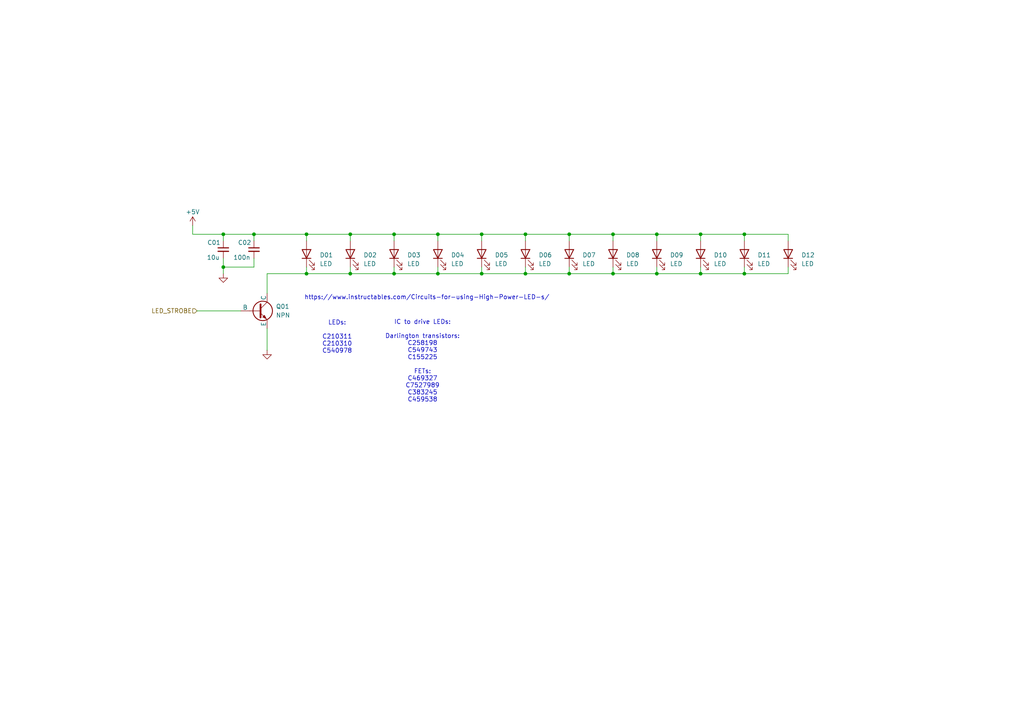
<source format=kicad_sch>
(kicad_sch (version 20231120) (generator "eeschema") (generator_version "8.0")
  (paper "A4")
  (lib_symbols
    (symbol "Device:C_Small" (pin_numbers hide) (pin_names (offset 0.254) hide)
      (property "Reference" "C" (at 0.254 1.778 0))
      (property "Value" "C_Small" (at 0.254 -2.032 0))
      (symbol "C_Small_0_1"
        (polyline (pts (xy -1.524 -0.508) (xy 1.524 -0.508)) (stroke (width 0.3302)))
        (polyline (pts (xy -1.524 0.508) (xy 1.524 0.508)) (stroke (width 0.3048)))
      )
      (symbol "C_Small_1_1"
        (pin passive line (at 0 2.54 270) (length 2.032) (name "~") (number "1"))
        (pin passive line (at 0 -2.54 90) (length 2.032) (name "~") (number "2"))
      )
    )
    (symbol "Device:LED" (pin_numbers hide) (pin_names (offset 1.016) hide)
      (property "Reference" "D" (at 0 2.54 0))
      (property "Value" "LED" (at 0 -2.54 0))
      (symbol "LED_0_1"
        (polyline (pts (xy -1.27 -1.27) (xy -1.27 1.27)) (stroke (width 0.254)))
        (polyline (pts (xy -1.27 0) (xy 1.27 0)))
        (polyline (pts (xy 1.27 -1.27) (xy 1.27 1.27) (xy -1.27 0) (xy 1.27 -1.27)) (stroke (width 0.254)))
        (polyline (pts (xy -3.048 -0.762) (xy -4.572 -2.286) (xy -3.81 -2.286) (xy -4.572 -2.286) (xy -4.572 -1.524)))
        (polyline (pts (xy -1.778 -0.762) (xy -3.302 -2.286) (xy -2.54 -2.286) (xy -3.302 -2.286) (xy -3.302 -1.524)))
      )
      (symbol "LED_1_1"
        (pin passive line (at -3.81 0 0) (length 2.54) (name "K") (number "1"))
        (pin passive line (at 3.81 0 180) (length 2.54) (name "A") (number "2"))
      )
    )
    (symbol "Simulation_SPICE:NPN" (pin_numbers hide) (pin_names (offset 0))
      (property "Reference" "Q" (at -2.54 7.62 0))
      (property "Value" "NPN" (at -2.54 5.08 0))
      (symbol "NPN_0_1"
        (polyline (pts (xy -2.54 0) (xy 0.635 0)) (stroke (width 0.1524)))
        (polyline (pts (xy 0.635 0.635) (xy 2.54 2.54)))
        (polyline (pts (xy 2.794 -1.27) (xy 2.794 -1.27)) (stroke (width 0.1524)))
        (polyline (pts (xy 2.794 -1.27) (xy 2.794 -1.27)) (stroke (width 0.1524)))
        (polyline (pts (xy 0.635 -0.635) (xy 2.54 -2.54) (xy 2.54 -2.54)))
        (polyline (pts (xy 0.635 1.905) (xy 0.635 -1.905) (xy 0.635 -1.905)) (stroke (width 0.508)))
        (polyline (pts (xy 1.27 -1.778) (xy 1.778 -1.27) (xy 2.286 -2.286) (xy 1.27 -1.778) (xy 1.27 -1.778)) (fill (type outline)))
        (circle (center 1.27 0) (radius 2.8194) (stroke (width 0.254)))
      )
      (symbol "NPN_1_1"
        (pin open_collector line (at 2.54 5.08 270) (length 2.54) (name "C") (number "1"))
        (pin input line (at -5.08 0 0) (length 2.54) (name "B") (number "2"))
        (pin open_emitter line (at 2.54 -5.08 90) (length 2.54) (name "E") (number "3"))
      )
    )
    (symbol "power:+5V" (power) (pin_numbers hide) (pin_names (offset 0) hide)
      (property "Value" "+5V" (at 0 3.556 0))
      (symbol "+5V_0_1"
        (polyline (pts (xy -0.762 1.27) (xy 0 2.54)))
        (polyline (pts (xy 0 0) (xy 0 2.54)))
        (polyline (pts (xy 0 2.54) (xy 0.762 1.27)))
      )
      (symbol "+5V_1_1"
        (pin power_in line (at 0 0 90) (length 0) (name "~") (number "1"))
      )
    )
    (symbol "power:GND" (power) (pin_numbers hide) (pin_names (offset 0) hide)
      (property "Value" "GND" (at 0 -3.81 0))
      (symbol "GND_0_1"
        (polyline (pts (xy 0 0) (xy 0 -1.27) (xy 1.27 -1.27) (xy 0 -2.54) (xy -1.27 -1.27) (xy 0 -1.27)))
      )
      (symbol "GND_1_1"
        (pin power_in line (at 0 0 270) (length 0) (name "~") (number "1"))
      )
    )
  )
  (junction (at 139.7 79.375))
  (junction (at 73.66 67.945))
  (junction (at 203.2 79.375))
  (junction (at 64.77 67.945))
  (junction (at 101.6 79.375))
  (junction (at 127 79.375))
  (junction (at 114.3 79.375))
  (junction (at 88.9 67.945))
  (junction (at 139.7 67.945))
  (junction (at 114.3 67.945))
  (junction (at 177.8 67.945))
  (junction (at 64.77 77.47))
  (junction (at 190.5 67.945))
  (junction (at 152.4 79.375))
  (junction (at 165.1 79.375))
  (junction (at 190.5 79.375))
  (junction (at 88.9 79.375))
  (junction (at 152.4 67.945))
  (junction (at 165.1 67.945))
  (junction (at 203.2 67.945))
  (junction (at 177.8 79.375))
  (junction (at 127 67.945))
  (junction (at 215.9 67.945))
  (junction (at 215.9 79.375))
  (junction (at 101.6 67.945))
  (wire (pts (xy 203.2 79.375) (xy 190.5 79.375)))
  (wire (pts (xy 203.2 67.945) (xy 203.2 69.85)))
  (wire (pts (xy 101.6 79.375) (xy 101.6 77.47)))
  (wire (pts (xy 77.47 79.375) (xy 77.47 85.09)))
  (wire (pts (xy 177.8 67.945) (xy 190.5 67.945)))
  (wire (pts (xy 64.77 77.47) (xy 64.77 79.375)))
  (wire (pts (xy 88.9 79.375) (xy 88.9 77.47)))
  (wire (pts (xy 152.4 67.945) (xy 165.1 67.945)))
  (wire (pts (xy 152.4 67.945) (xy 152.4 69.85)))
  (wire (pts (xy 127 79.375) (xy 127 77.47)))
  (wire (pts (xy 190.5 79.375) (xy 177.8 79.375)))
  (wire (pts (xy 114.3 67.945) (xy 127 67.945)))
  (wire (pts (xy 139.7 79.375) (xy 139.7 77.47)))
  (wire (pts (xy 177.8 79.375) (xy 177.8 77.47)))
  (wire (pts (xy 165.1 79.375) (xy 165.1 77.47)))
  (wire (pts (xy 228.6 79.375) (xy 228.6 77.47)))
  (wire (pts (xy 55.88 65.405) (xy 55.88 67.945)))
  (wire (pts (xy 64.77 77.47) (xy 64.77 74.93)))
  (wire (pts (xy 190.5 79.375) (xy 190.5 77.47)))
  (wire (pts (xy 114.3 79.375) (xy 101.6 79.375)))
  (wire (pts (xy 55.88 67.945) (xy 64.77 67.945)))
  (wire (pts (xy 139.7 79.375) (xy 127 79.375)))
  (wire (pts (xy 165.1 67.945) (xy 177.8 67.945)))
  (wire (pts (xy 88.9 79.375) (xy 77.47 79.375)))
  (wire (pts (xy 152.4 79.375) (xy 152.4 77.47)))
  (wire (pts (xy 88.9 67.945) (xy 88.9 69.85)))
  (wire (pts (xy 165.1 79.375) (xy 152.4 79.375)))
  (wire (pts (xy 64.77 67.945) (xy 73.66 67.945)))
  (wire (pts (xy 215.9 79.375) (xy 215.9 77.47)))
  (wire (pts (xy 127 67.945) (xy 127 69.85)))
  (wire (pts (xy 88.9 67.945) (xy 101.6 67.945)))
  (wire (pts (xy 139.7 67.945) (xy 139.7 69.85)))
  (wire (pts (xy 101.6 67.945) (xy 101.6 69.85)))
  (wire (pts (xy 190.5 67.945) (xy 203.2 67.945)))
  (wire (pts (xy 57.15 90.17) (xy 69.85 90.17)))
  (wire (pts (xy 177.8 79.375) (xy 165.1 79.375)))
  (wire (pts (xy 73.66 67.945) (xy 88.9 67.945)))
  (wire (pts (xy 114.3 79.375) (xy 114.3 77.47)))
  (wire (pts (xy 101.6 79.375) (xy 88.9 79.375)))
  (wire (pts (xy 64.77 67.945) (xy 64.77 69.85)))
  (wire (pts (xy 215.9 67.945) (xy 215.9 69.85)))
  (wire (pts (xy 177.8 67.945) (xy 177.8 69.85)))
  (wire (pts (xy 228.6 67.945) (xy 228.6 69.85)))
  (wire (pts (xy 228.6 79.375) (xy 215.9 79.375)))
  (wire (pts (xy 139.7 67.945) (xy 152.4 67.945)))
  (wire (pts (xy 114.3 67.945) (xy 114.3 69.85)))
  (wire (pts (xy 77.47 95.25) (xy 77.47 101.6)))
  (wire (pts (xy 101.6 67.945) (xy 114.3 67.945)))
  (wire (pts (xy 127 79.375) (xy 114.3 79.375)))
  (wire (pts (xy 127 67.945) (xy 139.7 67.945)))
  (wire (pts (xy 73.66 74.93) (xy 73.66 77.47)))
  (wire (pts (xy 203.2 67.945) (xy 215.9 67.945)))
  (wire (pts (xy 215.9 79.375) (xy 203.2 79.375)))
  (wire (pts (xy 215.9 67.945) (xy 228.6 67.945)))
  (wire (pts (xy 152.4 79.375) (xy 139.7 79.375)))
  (wire (pts (xy 165.1 67.945) (xy 165.1 69.85)))
  (wire (pts (xy 73.66 67.945) (xy 73.66 69.85)))
  (wire (pts (xy 203.2 79.375) (xy 203.2 77.47)))
  (wire (pts (xy 73.66 77.47) (xy 64.77 77.47)))
  (wire (pts (xy 190.5 67.945) (xy 190.5 69.85)))
  (text "https://www.instructables.com/Circuits-for-using-High-Power-LED-s/" (at 123.825 86.36 0) (effects (font (size 1.27 1.27))))
  (text "LEDs:\n\nC210311\nC210310\nC540978\n" (at 97.79 97.79 0) (effects (font (size 1.27 1.27))))
  (text "IC to drive LEDs:\n\nDarlington transistors:\nC258198\nC549743\nC155225\n\nFETs:\nC469327\nC7527989\nC383245\nC459538" (at 122.555 104.775 0) (effects (font (size 1.27 1.27))))
  (hierarchical_label "LED_STROBE" (shape input) (at 57.15 90.17 180))
  (symbol (lib_id "Device:C_Small") (at 73.66 72.39 0) (mirror y) (unit 1)
    (property "Reference" "C02" (at 72.898 70.358 0) (effects (justify left)))
    (property "Value" "100n" (at 72.644 74.676 0) (effects (justify left)))
    (property "Description" "Unpolarized capacitor, small symbol" (effects (hide yes)))
  )
  (symbol (lib_id "Device:LED") (at 101.6 73.66 90) (unit 1)
    (property "Reference" "D02" (at 105.41 73.9774 90) (effects (justify right)))
    (property "Value" "LED" (at 105.41 76.5174 90) (effects (justify right)))
    (property "Description" "Light emitting diode" (effects (hide yes)))
  )
  (symbol (lib_id "Device:LED") (at 228.6 73.66 90) (unit 1)
    (property "Reference" "D12" (at 232.41 73.9774 90) (effects (justify right)))
    (property "Value" "LED" (at 232.41 76.5174 90) (effects (justify right)))
    (property "Description" "Light emitting diode" (effects (hide yes)))
  )
  (symbol (lib_id "Device:LED") (at 152.4 73.66 90) (unit 1)
    (property "Reference" "D06" (at 156.21 73.9774 90) (effects (justify right)))
    (property "Value" "LED" (at 156.21 76.5174 90) (effects (justify right)))
    (property "Description" "Light emitting diode" (effects (hide yes)))
  )
  (symbol (lib_id "power:GND") (at 77.47 101.6 0) (unit 1)
    (property "Reference" "#PWR063" (effects (hide yes)))
    (property "Value" "GND" (effects (hide yes)))
    (property "Description" "Power symbol creates a global label with name \"GND\" , ground" (effects (hide yes)))
  )
  (symbol (lib_id "Device:LED") (at 203.2 73.66 90) (unit 1)
    (property "Reference" "D10" (at 207.01 73.9774 90) (effects (justify right)))
    (property "Value" "LED" (at 207.01 76.5174 90) (effects (justify right)))
    (property "Description" "Light emitting diode" (effects (hide yes)))
  )
  (symbol (lib_id "Device:LED") (at 139.7 73.66 90) (unit 1)
    (property "Reference" "D05" (at 143.51 73.9774 90) (effects (justify right)))
    (property "Value" "LED" (at 143.51 76.5174 90) (effects (justify right)))
    (property "Description" "Light emitting diode" (effects (hide yes)))
  )
  (symbol (lib_id "Device:C_Small") (at 64.77 72.39 0) (mirror y) (unit 1)
    (property "Reference" "C01" (at 64.008 70.358 0) (effects (justify left)))
    (property "Value" "10u" (at 63.754 74.676 0) (effects (justify left)))
    (property "Description" "Unpolarized capacitor, small symbol" (effects (hide yes)))
  )
  (symbol (lib_id "Device:LED") (at 177.8 73.66 90) (unit 1)
    (property "Reference" "D08" (at 181.61 73.9774 90) (effects (justify right)))
    (property "Value" "LED" (at 181.61 76.5174 90) (effects (justify right)))
    (property "Description" "Light emitting diode" (effects (hide yes)))
  )
  (symbol (lib_id "Simulation_SPICE:NPN") (at 74.93 90.17 0) (unit 1)
    (property "Reference" "Q01" (at 80.01 88.8999 0) (effects (justify left)))
    (property "Value" "NPN" (at 80.01 91.4399 0) (effects (justify left)))
    (property "Datasheet" "https://ngspice.sourceforge.io/docs/ngspice-html-manual/manual.xhtml#cha_BJTs" (effects (hide yes)))
    (property "Description" "Bipolar transistor symbol for simulation only, substrate tied to the emitter" (effects (hide yes)))
    (property "Sim.Device" "NPN" (effects (hide yes)))
    (property "Sim.Type" "GUMMELPOON" (effects (hide yes)))
    (property "Sim.Pins" "1=C 2=B 3=E" (effects (hide yes)))
  )
  (symbol (lib_id "power:GND") (at 64.77 79.375 0) (unit 1)
    (property "Reference" "#PWR064" (effects (hide yes)))
    (property "Value" "GND" (effects (hide yes)))
    (property "Description" "Power symbol creates a global label with name \"GND\" , ground" (effects (hide yes)))
  )
  (symbol (lib_id "Device:LED") (at 127 73.66 90) (unit 1)
    (property "Reference" "D04" (at 130.81 73.9774 90) (effects (justify right)))
    (property "Value" "LED" (at 130.81 76.5174 90) (effects (justify right)))
    (property "Description" "Light emitting diode" (effects (hide yes)))
  )
  (symbol (lib_id "Device:LED") (at 165.1 73.66 90) (unit 1)
    (property "Reference" "D07" (at 168.91 73.9774 90) (effects (justify right)))
    (property "Value" "LED" (at 168.91 76.5174 90) (effects (justify right)))
    (property "Description" "Light emitting diode" (effects (hide yes)))
  )
  (symbol (lib_id "Device:LED") (at 190.5 73.66 90) (unit 1)
    (property "Reference" "D09" (at 194.31 73.9774 90) (effects (justify right)))
    (property "Value" "LED" (at 194.31 76.5174 90) (effects (justify right)))
    (property "Description" "Light emitting diode" (effects (hide yes)))
  )
  (symbol (lib_id "Device:LED") (at 215.9 73.66 90) (unit 1)
    (property "Reference" "D11" (at 219.71 73.9774 90) (effects (justify right)))
    (property "Value" "LED" (at 219.71 76.5174 90) (effects (justify right)))
    (property "Description" "Light emitting diode" (effects (hide yes)))
  )
  (symbol (lib_id "Device:LED") (at 88.9 73.66 90) (unit 1)
    (property "Reference" "D01" (at 92.71 73.9774 90) (effects (justify right)))
    (property "Value" "LED" (at 92.71 76.5174 90) (effects (justify right)))
    (property "Description" "Light emitting diode" (effects (hide yes)))
  )
  (symbol (lib_id "Device:LED") (at 114.3 73.66 90) (unit 1)
    (property "Reference" "D03" (at 118.11 73.9774 90) (effects (justify right)))
    (property "Value" "LED" (at 118.11 76.5174 90) (effects (justify right)))
    (property "Description" "Light emitting diode" (effects (hide yes)))
  )
  (symbol (lib_id "power:+5V") (at 55.88 65.405 0) (unit 1)
    (property "Reference" "#PWR062" (effects (hide yes)))
    (property "Value" "+5V" (at 55.88 61.468 0))
    (property "Description" "Power symbol creates a global label with name \"+5V\"" (effects (hide yes)))
  )
)
</source>
